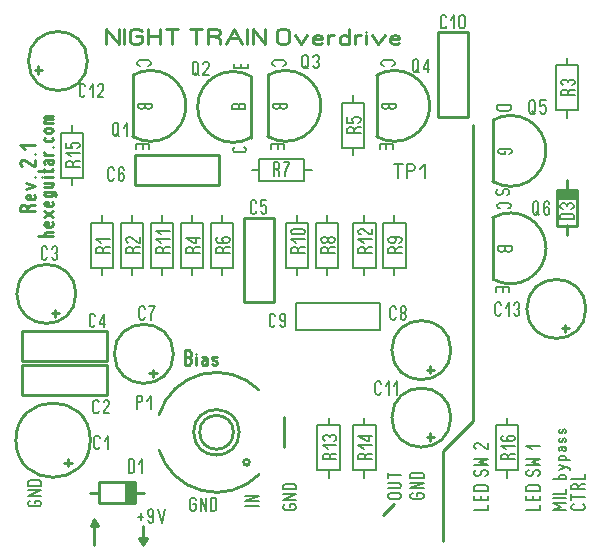
<source format=gto>
%FSLAX34Y34*%
%MOMM*%
%LNSILK_TOP*%
G71*
G01*
%ADD10C, 0.260*%
%ADD11C, 0.206*%
%ADD12C, 0.238*%
%ADD13C, 0.222*%
%ADD14C, 0.200*%
%LPD*%
G54D10*
G75*
G01X66425Y95249D02*
G03X66425Y95249I-31500J0D01*
G01*
G54D10*
X47625Y79349D02*
X47625Y73050D01*
G54D10*
X44425Y76150D02*
X50825Y76150D01*
G54D10*
X8650Y158750D02*
X8650Y133350D01*
X80250Y133350D01*
X80250Y158750D01*
X8650Y158750D01*
G54D10*
G75*
G01X54250Y219074D02*
G03X54250Y219074I-25000J0D01*
G01*
G54D10*
X36950Y205674D02*
X36950Y199374D01*
G54D10*
X33750Y202474D02*
X40150Y202474D01*
G54D11*
X74509Y89657D02*
X73931Y88212D01*
X72776Y87490D01*
X71620Y87490D01*
X70465Y88212D01*
X69887Y89657D01*
X69887Y96879D01*
X70465Y98323D01*
X71620Y99046D01*
X72776Y99046D01*
X73931Y98323D01*
X74509Y96879D01*
G54D11*
X78553Y94712D02*
X81442Y99046D01*
X81442Y87490D01*
G54D11*
X29922Y250102D02*
X29344Y248657D01*
X28189Y247935D01*
X27033Y247935D01*
X25878Y248657D01*
X25300Y250102D01*
X25300Y257324D01*
X25878Y258768D01*
X27033Y259491D01*
X28189Y259491D01*
X29344Y258768D01*
X29922Y257324D01*
G54D11*
X33966Y257324D02*
X34544Y258768D01*
X35699Y259491D01*
X36855Y259491D01*
X38010Y258768D01*
X38588Y257324D01*
X38588Y255879D01*
X38010Y254435D01*
X36855Y253713D01*
X38010Y252991D01*
X38588Y251546D01*
X38588Y250102D01*
X38010Y248657D01*
X36855Y247935D01*
X35699Y247935D01*
X34544Y248657D01*
X33966Y250102D01*
G54D11*
X73684Y119966D02*
X73106Y118522D01*
X71950Y117800D01*
X70795Y117800D01*
X69639Y118522D01*
X69061Y119966D01*
X69061Y127188D01*
X69639Y128633D01*
X70795Y129355D01*
X71950Y129355D01*
X73106Y128633D01*
X73684Y127188D01*
G54D11*
X82350Y117800D02*
X77727Y117800D01*
X77727Y118522D01*
X78305Y119966D01*
X81772Y124300D01*
X82350Y125744D01*
X82350Y127188D01*
X81772Y128633D01*
X80616Y129355D01*
X79461Y129355D01*
X78305Y128633D01*
X77727Y127188D01*
G54D12*
X79672Y430400D02*
X79672Y443733D01*
X90338Y430400D01*
X90338Y443733D01*
G54D12*
X95006Y430400D02*
X95006Y443733D01*
G54D12*
X105006Y437067D02*
X110339Y437067D01*
X110339Y432900D01*
X109006Y431233D01*
X106339Y430400D01*
X103672Y430400D01*
X101006Y431233D01*
X99672Y432900D01*
X99672Y441233D01*
X101006Y442900D01*
X103672Y443733D01*
X106339Y443733D01*
X109006Y442900D01*
X110339Y441233D01*
G54D12*
X115006Y430400D02*
X115006Y443733D01*
G54D12*
X125673Y430400D02*
X125673Y443733D01*
G54D12*
X115006Y437067D02*
X125673Y437067D01*
G54D12*
X135674Y430400D02*
X135674Y443733D01*
G54D12*
X130340Y443733D02*
X141007Y443733D01*
G54D12*
X155942Y430400D02*
X155942Y443733D01*
G54D12*
X150608Y443733D02*
X161275Y443733D01*
G54D12*
X171276Y437067D02*
X175276Y435400D01*
X176609Y433733D01*
X176609Y430400D01*
G54D12*
X165942Y430400D02*
X165942Y443733D01*
X172609Y443733D01*
X175276Y442900D01*
X176609Y441233D01*
X176609Y439567D01*
X175276Y437900D01*
X172609Y437067D01*
X165942Y437067D01*
G54D12*
X181276Y430400D02*
X187943Y443733D01*
X194610Y430400D01*
G54D12*
X183943Y435400D02*
X191943Y435400D01*
G54D12*
X199276Y430400D02*
X199276Y443733D01*
G54D12*
X203944Y430400D02*
X203944Y443733D01*
X214610Y430400D01*
X214610Y443733D01*
G54D12*
X234878Y441233D02*
X234878Y432900D01*
X233545Y431233D01*
X230878Y430400D01*
X228212Y430400D01*
X225545Y431233D01*
X224212Y432900D01*
X224212Y441233D01*
X225545Y442900D01*
X228212Y443733D01*
X230878Y443733D01*
X233545Y442900D01*
X234878Y441233D01*
G54D12*
X239546Y437900D02*
X244879Y430400D01*
X250212Y437900D01*
G54D12*
X262880Y431233D02*
X260746Y430400D01*
X258080Y430400D01*
X255413Y431233D01*
X254880Y432900D01*
X254880Y435733D01*
X256213Y437400D01*
X258880Y437900D01*
X261546Y437400D01*
X262880Y436233D01*
X262880Y434567D01*
X254880Y434567D01*
G54D12*
X267546Y430400D02*
X267546Y437900D01*
G54D12*
X267546Y436233D02*
X270213Y437900D01*
X272880Y437900D01*
G54D12*
X285546Y430400D02*
X285546Y443733D01*
G54D12*
X285546Y435733D02*
X284213Y437400D01*
X281546Y437900D01*
X278880Y437400D01*
X277546Y435733D01*
X277546Y432400D01*
X278880Y430733D01*
X281546Y430400D01*
X284213Y430733D01*
X285546Y432400D01*
G54D12*
X290214Y430400D02*
X290214Y437900D01*
G54D12*
X290214Y436233D02*
X292880Y437900D01*
X295547Y437900D01*
G54D12*
X300214Y430400D02*
X300214Y437900D01*
G54D12*
X300214Y440400D02*
X300214Y440400D01*
G54D12*
X304880Y437900D02*
X310214Y430400D01*
X315547Y437900D01*
G54D12*
X328214Y431233D02*
X326081Y430400D01*
X323414Y430400D01*
X320748Y431233D01*
X320214Y432900D01*
X320214Y435733D01*
X321548Y437400D01*
X324214Y437900D01*
X326881Y437400D01*
X328214Y436233D01*
X328214Y434567D01*
X320214Y434567D01*
G54D12*
X13183Y291742D02*
X14850Y293742D01*
X16517Y294408D01*
X19850Y294408D01*
G54D12*
X19850Y289075D02*
X6517Y289075D01*
X6517Y292408D01*
X7350Y293742D01*
X9017Y294408D01*
X10683Y294408D01*
X12350Y293742D01*
X13183Y292408D01*
X13183Y289075D01*
G54D12*
X19017Y303075D02*
X19850Y302008D01*
X19850Y300675D01*
X19017Y299342D01*
X17350Y299075D01*
X14517Y299075D01*
X12850Y299742D01*
X12350Y301075D01*
X12850Y302408D01*
X14017Y303075D01*
X15683Y303075D01*
X15683Y299075D01*
G54D12*
X12350Y307742D02*
X19850Y310409D01*
X12350Y313075D01*
G54D12*
X19850Y317742D02*
X19850Y317742D01*
G54D12*
X19850Y332542D02*
X19850Y327209D01*
X19017Y327209D01*
X17350Y327876D01*
X12350Y331876D01*
X10683Y332542D01*
X9017Y332542D01*
X7350Y331876D01*
X6517Y330542D01*
X6517Y329209D01*
X7350Y327876D01*
X9017Y327209D01*
G54D12*
X19850Y337209D02*
X19850Y337209D01*
G54D12*
X11517Y341876D02*
X6517Y345209D01*
X19850Y345209D01*
G54D13*
X34511Y267922D02*
X22066Y267922D01*
G54D13*
X29533Y267922D02*
X27977Y268544D01*
X27510Y269788D01*
X27977Y271033D01*
X29533Y271655D01*
X34511Y271655D01*
G54D13*
X33733Y279744D02*
X34510Y278748D01*
X34511Y277504D01*
X33733Y276260D01*
X32177Y276011D01*
X29533Y276011D01*
X27977Y276633D01*
X27510Y277877D01*
X27977Y279122D01*
X29066Y279744D01*
X30622Y279744D01*
X30622Y276011D01*
G54D13*
X27511Y284100D02*
X34511Y289077D01*
G54D13*
X34511Y284100D02*
X27511Y289077D01*
G54D13*
X33733Y297167D02*
X34511Y296171D01*
X34510Y294927D01*
X33733Y293682D01*
X32177Y293434D01*
X29533Y293434D01*
X27977Y294056D01*
X27511Y295300D01*
X27977Y296545D01*
X29066Y297167D01*
X30622Y297167D01*
X30622Y293434D01*
G54D13*
X36844Y301523D02*
X37622Y302767D01*
X37622Y303638D01*
X36844Y304883D01*
X35288Y305256D01*
X27510Y305256D01*
G54D13*
X29533Y305256D02*
X27977Y304634D01*
X27511Y303389D01*
X27977Y302145D01*
X29533Y301523D01*
X32644Y301523D01*
X34199Y302145D01*
X34510Y303389D01*
X34199Y304634D01*
X32644Y305256D01*
G54D13*
X27511Y313345D02*
X34511Y313345D01*
G54D13*
X32955Y313345D02*
X34199Y312723D01*
X34511Y311478D01*
X34199Y310234D01*
X32955Y309612D01*
X27510Y309612D01*
G54D13*
X34510Y317701D02*
X27511Y317701D01*
G54D13*
X25177Y317701D02*
X25177Y317701D01*
G54D13*
X22066Y323301D02*
X33733Y323301D01*
X34510Y323923D01*
X34199Y324546D01*
G54D13*
X27511Y322057D02*
X27510Y324546D01*
G54D13*
X28288Y328902D02*
X27511Y330146D01*
X27510Y331639D01*
X29066Y332635D01*
X34510Y332635D01*
G54D13*
X32177Y332635D02*
X30622Y332013D01*
X30311Y330768D01*
X30622Y329524D01*
X32177Y328902D01*
X33733Y329150D01*
X34511Y330146D01*
X34511Y330768D01*
X34510Y331017D01*
X33733Y332013D01*
X32177Y332635D01*
G54D13*
X34510Y336991D02*
X27510Y336991D01*
G54D13*
X29066Y336991D02*
X27510Y338235D01*
X27511Y339479D01*
G54D13*
X34511Y343836D02*
X34511Y343836D01*
G54D13*
X27977Y351303D02*
X27511Y350058D01*
X27977Y348814D01*
X29533Y348192D01*
X32644Y348192D01*
X34199Y348814D01*
X34511Y350058D01*
X34199Y351303D01*
G54D13*
X32644Y359392D02*
X29533Y359392D01*
X27977Y358770D01*
X27510Y357525D01*
X27977Y356281D01*
X29533Y355659D01*
X32644Y355659D01*
X34199Y356281D01*
X34510Y357525D01*
X34199Y358770D01*
X32644Y359392D01*
G54D13*
X34511Y363748D02*
X27511Y363748D01*
G54D13*
X28755Y363748D02*
X27510Y364992D01*
X27977Y366236D01*
X29066Y366859D01*
X34511Y366859D01*
G54D13*
X28755Y366859D02*
X27511Y368103D01*
X27977Y369348D01*
X29066Y369970D01*
X34510Y369970D01*
G54D10*
X202300Y351407D02*
X202300Y403368D01*
G54D10*
G75*
G01X202300Y403368D02*
G03X202300Y351407I-15000J-25980D01*
G01*
G54D11*
X155346Y406394D02*
X158235Y404227D01*
G54D11*
X157657Y413616D02*
X157657Y406394D01*
X157079Y404949D01*
X155924Y404227D01*
X154768Y404227D01*
X153612Y404949D01*
X153035Y406394D01*
X153035Y413616D01*
X153612Y415060D01*
X154768Y415783D01*
X155924Y415783D01*
X157079Y415060D01*
X157657Y413616D01*
G54D11*
X166901Y404227D02*
X162279Y404227D01*
X162279Y404949D01*
X162856Y406394D01*
X166323Y410727D01*
X166901Y412171D01*
X166901Y413616D01*
X166323Y415060D01*
X165168Y415783D01*
X164012Y415783D01*
X162856Y415060D01*
X162279Y413616D01*
G54D11*
X199874Y414127D02*
X199874Y410083D01*
X188318Y410083D01*
X188318Y414127D01*
G54D11*
X194096Y410083D02*
X194096Y414127D01*
G54D11*
X197810Y375506D02*
X186254Y375506D01*
X186254Y378395D01*
X186976Y379551D01*
X188421Y380128D01*
X189865Y380128D01*
X191310Y379551D01*
X192032Y378395D01*
X192754Y379551D01*
X194198Y380128D01*
X195643Y380128D01*
X197087Y379551D01*
X197810Y378395D01*
X197810Y375506D01*
G54D11*
X192032Y375506D02*
X192032Y378395D01*
G54D11*
X196374Y343570D02*
X197819Y342993D01*
X198541Y341837D01*
X198541Y340681D01*
X197819Y339526D01*
X196374Y338948D01*
X189152Y338948D01*
X187707Y339526D01*
X186985Y340682D01*
X186985Y341837D01*
X187707Y342993D01*
X189152Y343570D01*
G54D10*
X104100Y42100D02*
X104100Y59500D01*
X73700Y59500D01*
X73700Y42100D01*
X104100Y42100D01*
G36*
X104000Y42200D02*
X104000Y58900D01*
X96800Y58900D01*
X96800Y42200D01*
X104000Y42200D01*
G37*
G54D10*
X104000Y42200D02*
X104000Y58900D01*
X96800Y58900D01*
X96800Y42200D01*
X104000Y42200D01*
G54D10*
X111925Y50800D02*
X104000Y50800D01*
G54D10*
X73800Y50800D02*
X65875Y50800D01*
G54D11*
X99045Y67544D02*
X99045Y79100D01*
X101934Y79100D01*
X103089Y78378D01*
X103667Y76933D01*
X103667Y69711D01*
X103089Y68267D01*
X101934Y67544D01*
X99045Y67544D01*
G54D11*
X107711Y74767D02*
X110600Y79100D01*
X110600Y67544D01*
G54D14*
X209600Y314350D02*
X209600Y333350D01*
X247600Y333350D01*
X247600Y314350D01*
X209600Y314350D01*
G54D14*
X209500Y323850D02*
X203188Y323850D01*
G54D14*
X247600Y323850D02*
X253912Y323850D01*
G54D11*
X224086Y324603D02*
X225819Y323159D01*
X226397Y321714D01*
X226397Y318825D01*
G54D11*
X221774Y318825D02*
X221774Y330381D01*
X224663Y330381D01*
X225819Y329659D01*
X226397Y328214D01*
X226397Y326770D01*
X225819Y325325D01*
X224663Y324603D01*
X221774Y324603D01*
G54D11*
X230440Y330381D02*
X235063Y330381D01*
X234485Y328936D01*
X233329Y326770D01*
X232174Y323881D01*
X231596Y321714D01*
X231596Y318825D01*
G54D10*
X8650Y187325D02*
X8650Y161925D01*
X80250Y161925D01*
X80250Y187325D01*
X8650Y187325D01*
G54D11*
X70509Y192991D02*
X69931Y191547D01*
X68775Y190824D01*
X67620Y190824D01*
X66464Y191547D01*
X65886Y192991D01*
X65886Y200213D01*
X66464Y201658D01*
X67620Y202380D01*
X68775Y202380D01*
X69931Y201658D01*
X70509Y200213D01*
G54D11*
X78019Y190824D02*
X78019Y202380D01*
X74552Y195158D01*
X74552Y193713D01*
X79175Y193713D01*
G54D10*
X216800Y404243D02*
X216800Y352282D01*
G54D10*
G75*
G01X216800Y352282D02*
G03X216800Y404243I15000J25980D01*
G01*
G54D11*
X248294Y412206D02*
X251183Y410039D01*
G54D11*
X250605Y419428D02*
X250605Y412206D01*
X250027Y410761D01*
X248872Y410039D01*
X247716Y410039D01*
X246560Y410761D01*
X245983Y412206D01*
X245983Y419428D01*
X246560Y420872D01*
X247716Y421595D01*
X248872Y421595D01*
X250027Y420872D01*
X250605Y419428D01*
G54D11*
X255227Y419428D02*
X255804Y420872D01*
X256960Y421595D01*
X258116Y421595D01*
X259271Y420872D01*
X259849Y419428D01*
X259849Y417984D01*
X259271Y416539D01*
X258116Y415817D01*
X259271Y415095D01*
X259849Y413650D01*
X259849Y412206D01*
X259271Y410761D01*
X258116Y410039D01*
X256960Y410039D01*
X255804Y410761D01*
X255227Y412206D01*
G54D11*
X219226Y341523D02*
X219226Y345568D01*
X230782Y345568D01*
X230782Y341523D01*
G54D11*
X225004Y345568D02*
X225004Y341523D01*
G54D11*
X221290Y380144D02*
X232846Y380144D01*
X232846Y377255D01*
X232124Y376099D01*
X230679Y375522D01*
X229235Y375522D01*
X227790Y376099D01*
X227068Y377255D01*
X226346Y376099D01*
X224902Y375522D01*
X223457Y375522D01*
X222013Y376099D01*
X221290Y377255D01*
X221290Y380144D01*
G54D11*
X227068Y380144D02*
X227068Y377255D01*
G54D11*
X222726Y412080D02*
X221281Y412657D01*
X220559Y413813D01*
X220559Y414969D01*
X221281Y416124D01*
X222726Y416702D01*
X229948Y416702D01*
X231393Y416124D01*
X232115Y414969D01*
X232115Y413813D01*
X231393Y412657D01*
X229948Y412080D01*
G54D14*
X66700Y279350D02*
X85700Y279350D01*
X85700Y241350D01*
X66700Y241350D01*
X66700Y279350D01*
G54D14*
X76200Y279450D02*
X76200Y285762D01*
G54D14*
X76200Y241350D02*
X76200Y235038D01*
G54D11*
X76953Y256198D02*
X78397Y257931D01*
X79842Y258509D01*
X82731Y258509D01*
G54D11*
X82731Y253887D02*
X71175Y253887D01*
X71175Y256776D01*
X71897Y257931D01*
X73342Y258509D01*
X74786Y258509D01*
X76231Y257931D01*
X76953Y256776D01*
X76953Y253887D01*
G54D11*
X75508Y262553D02*
X71175Y265442D01*
X82731Y265442D01*
G54D14*
X92100Y279350D02*
X111100Y279350D01*
X111100Y241350D01*
X92100Y241350D01*
X92100Y279350D01*
G54D14*
X101600Y279450D02*
X101600Y285762D01*
G54D14*
X101600Y241350D02*
X101600Y235038D01*
G54D11*
X102353Y256198D02*
X103797Y257931D01*
X105242Y258509D01*
X108131Y258509D01*
G54D11*
X108131Y253887D02*
X96575Y253887D01*
X96575Y256776D01*
X97297Y257931D01*
X98742Y258509D01*
X100186Y258509D01*
X101631Y257931D01*
X102353Y256776D01*
X102353Y253887D01*
G54D11*
X108131Y267175D02*
X108131Y262553D01*
X107408Y262553D01*
X105964Y263131D01*
X101631Y266597D01*
X100186Y267175D01*
X98742Y267175D01*
X97297Y266597D01*
X96575Y265442D01*
X96575Y264286D01*
X97297Y263131D01*
X98742Y262553D01*
G54D14*
X142900Y279350D02*
X161900Y279350D01*
X161900Y241350D01*
X142900Y241350D01*
X142900Y279350D01*
G54D14*
X152400Y279450D02*
X152400Y285762D01*
G54D14*
X152400Y241350D02*
X152400Y235038D01*
G54D11*
X153153Y256198D02*
X154597Y257931D01*
X156042Y258509D01*
X158931Y258509D01*
G54D11*
X158931Y253887D02*
X147375Y253887D01*
X147375Y256776D01*
X148097Y257931D01*
X149542Y258509D01*
X150986Y258509D01*
X152431Y257931D01*
X153153Y256776D01*
X153153Y253887D01*
G54D11*
X158931Y266020D02*
X147375Y266020D01*
X154597Y262553D01*
X156042Y262553D01*
X156042Y267175D01*
G54D14*
X168300Y279350D02*
X187300Y279350D01*
X187300Y241350D01*
X168300Y241350D01*
X168300Y279350D01*
G54D14*
X177800Y279450D02*
X177800Y285762D01*
G54D14*
X177800Y241350D02*
X177800Y235038D01*
G54D11*
X178553Y256198D02*
X179997Y257931D01*
X181442Y258509D01*
X184331Y258509D01*
G54D11*
X184331Y253887D02*
X172775Y253887D01*
X172775Y256776D01*
X173497Y257931D01*
X174942Y258509D01*
X176386Y258509D01*
X177831Y257931D01*
X178553Y256776D01*
X178553Y253887D01*
G54D11*
X174942Y267175D02*
X173497Y266597D01*
X172775Y265442D01*
X172775Y264286D01*
X173497Y263131D01*
X174942Y262553D01*
X178553Y262553D01*
X179275Y262553D01*
X177831Y264286D01*
X177831Y265442D01*
X178553Y266597D01*
X179997Y267175D01*
X182164Y267175D01*
X183609Y266597D01*
X184331Y265442D01*
X184331Y264286D01*
X183609Y263131D01*
X182164Y262553D01*
X178553Y262553D01*
G54D14*
X231800Y279350D02*
X250800Y279350D01*
X250800Y241350D01*
X231800Y241350D01*
X231800Y279350D01*
G54D14*
X241300Y279450D02*
X241300Y285762D01*
G54D14*
X241300Y241350D02*
X241300Y235038D01*
G54D11*
X242053Y256198D02*
X243497Y257931D01*
X244942Y258509D01*
X247831Y258509D01*
G54D11*
X247831Y253887D02*
X236275Y253887D01*
X236275Y256776D01*
X236997Y257931D01*
X238442Y258509D01*
X239886Y258509D01*
X241331Y257931D01*
X242053Y256776D01*
X242053Y253887D01*
G54D11*
X240609Y262553D02*
X236275Y265442D01*
X247831Y265442D01*
G54D11*
X238442Y274108D02*
X245664Y274108D01*
X247109Y273530D01*
X247831Y272375D01*
X247831Y271219D01*
X247109Y270064D01*
X245664Y269486D01*
X238442Y269486D01*
X236997Y270064D01*
X236275Y271219D01*
X236275Y272375D01*
X236997Y273530D01*
X238442Y274108D01*
G54D10*
X102500Y404243D02*
X102500Y352282D01*
G54D10*
G75*
G01X102500Y352282D02*
G03X102500Y404243I15000J25980D01*
G01*
G54D11*
X87968Y354734D02*
X90857Y352567D01*
G54D11*
X90280Y361956D02*
X90280Y354734D01*
X89702Y353289D01*
X88546Y352567D01*
X87391Y352567D01*
X86235Y353289D01*
X85657Y354734D01*
X85657Y361956D01*
X86235Y363400D01*
X87391Y364122D01*
X88546Y364122D01*
X89702Y363400D01*
X90280Y361956D01*
G54D11*
X94901Y359789D02*
X97790Y364122D01*
X97790Y352567D01*
G54D11*
X104926Y341523D02*
X104926Y345568D01*
X116482Y345568D01*
X116482Y341523D01*
G54D11*
X110704Y345567D02*
X110704Y341523D01*
G54D11*
X106990Y380144D02*
X118546Y380144D01*
X118546Y377255D01*
X117824Y376099D01*
X116379Y375522D01*
X114935Y375522D01*
X113490Y376099D01*
X112768Y377255D01*
X112046Y376099D01*
X110602Y375522D01*
X109157Y375522D01*
X107713Y376099D01*
X106990Y377255D01*
X106990Y380144D01*
G54D11*
X112768Y380144D02*
X112768Y377255D01*
G54D11*
X108426Y412080D02*
X106981Y412657D01*
X106259Y413813D01*
X106259Y414969D01*
X106981Y416124D01*
X108426Y416702D01*
X115648Y416702D01*
X117093Y416124D01*
X117815Y414968D01*
X117815Y413813D01*
X117093Y412657D01*
X115648Y412080D01*
G54D10*
X103900Y336550D02*
X103900Y311150D01*
X175500Y311150D01*
X175500Y336550D01*
X103900Y336550D01*
G54D11*
X86384Y316816D02*
X85806Y315372D01*
X84650Y314650D01*
X83495Y314650D01*
X82339Y315372D01*
X81761Y316816D01*
X81761Y324038D01*
X82339Y325483D01*
X83495Y326205D01*
X84650Y326205D01*
X85806Y325483D01*
X86384Y324038D01*
G54D11*
X95050Y324038D02*
X94472Y325483D01*
X93316Y326205D01*
X92161Y326205D01*
X91005Y325483D01*
X90427Y324038D01*
X90427Y320427D01*
X90427Y319705D01*
X92161Y321150D01*
X93316Y321150D01*
X94472Y320427D01*
X95050Y318983D01*
X95050Y316816D01*
X94472Y315372D01*
X93316Y314650D01*
X92161Y314650D01*
X91005Y315372D01*
X90427Y316816D01*
X90427Y320427D01*
G54D14*
X117500Y279350D02*
X136500Y279350D01*
X136500Y241350D01*
X117500Y241350D01*
X117500Y279350D01*
G54D14*
X127000Y279450D02*
X127000Y285762D01*
G54D14*
X127000Y241350D02*
X127000Y235038D01*
G54D11*
X127753Y256198D02*
X129197Y257931D01*
X130642Y258509D01*
X133531Y258509D01*
G54D11*
X133531Y253887D02*
X121975Y253887D01*
X121975Y256776D01*
X122697Y257931D01*
X124142Y258509D01*
X125586Y258509D01*
X127031Y257931D01*
X127753Y256776D01*
X127753Y253887D01*
G54D11*
X126308Y262553D02*
X121975Y265442D01*
X133531Y265442D01*
G54D11*
X126308Y269486D02*
X121975Y272375D01*
X133531Y272375D01*
G54D14*
X41300Y355550D02*
X60300Y355550D01*
X60300Y317550D01*
X41300Y317550D01*
X41300Y355550D01*
G54D14*
X50800Y355650D02*
X50800Y361962D01*
G54D14*
X50800Y317550D02*
X50800Y311238D01*
G54D11*
X51553Y329223D02*
X52997Y330956D01*
X54442Y331534D01*
X57331Y331534D01*
G54D11*
X57331Y326912D02*
X45775Y326912D01*
X45775Y329801D01*
X46497Y330956D01*
X47942Y331534D01*
X49386Y331534D01*
X50831Y330956D01*
X51553Y329801D01*
X51553Y326912D01*
G54D11*
X50108Y335578D02*
X45775Y338467D01*
X57331Y338467D01*
G54D11*
X45775Y347133D02*
X45775Y342511D01*
X50831Y342511D01*
X50831Y343089D01*
X50108Y344244D01*
X50108Y345400D01*
X50831Y346555D01*
X52275Y347133D01*
X55164Y347133D01*
X56608Y346555D01*
X57331Y345400D01*
X57331Y344244D01*
X56608Y343089D01*
X55164Y342511D01*
G54D10*
G75*
G01X64050Y416200D02*
G03X64050Y416200I-25000J0D01*
G01*
G54D10*
X25650Y408500D02*
X19350Y408500D01*
G54D10*
X22450Y411700D02*
X22450Y405300D01*
G54D11*
X61984Y387700D02*
X61406Y386255D01*
X60250Y385533D01*
X59095Y385533D01*
X57939Y386255D01*
X57361Y387700D01*
X57361Y394922D01*
X57939Y396366D01*
X59095Y397088D01*
X60250Y397088D01*
X61406Y396366D01*
X61984Y394922D01*
G54D11*
X66027Y392755D02*
X68916Y397088D01*
X68916Y385533D01*
G54D11*
X77582Y385533D02*
X72960Y385533D01*
X72960Y386255D01*
X73538Y387700D01*
X77005Y392033D01*
X77582Y393477D01*
X77582Y394922D01*
X77005Y396366D01*
X75849Y397088D01*
X74694Y397088D01*
X73538Y396366D01*
X72960Y394922D01*
G54D10*
G75*
G01X124639Y86994D02*
G03X209140Y65926I48580J14852D01*
G01*
G54D10*
G75*
G01X192519Y101846D02*
G03X192519Y101846I-19300J0D01*
G01*
G54D10*
G75*
G01X187619Y101846D02*
G03X187619Y101846I-14300J0D01*
G01*
G54D10*
G75*
G01X201219Y76446D02*
G03X201219Y76446I-2500J0D01*
G01*
G54D10*
G75*
G01X209140Y137768D02*
G03X124639Y116699I-35921J-35922D01*
G01*
G54D10*
X230319Y89146D02*
X230319Y114546D01*
G54D11*
X105872Y121463D02*
X105872Y133019D01*
X108761Y133019D01*
X109916Y132296D01*
X110494Y130852D01*
X110494Y129408D01*
X109916Y127963D01*
X108761Y127241D01*
X105872Y127241D01*
G54D11*
X114538Y128685D02*
X117427Y133019D01*
X117427Y121463D01*
G54D14*
X257200Y279350D02*
X276200Y279350D01*
X276200Y241350D01*
X257200Y241350D01*
X257200Y279350D01*
G54D14*
X266700Y279450D02*
X266700Y285762D01*
G54D14*
X266700Y241350D02*
X266700Y235037D01*
G54D11*
X267453Y256198D02*
X268897Y257931D01*
X270342Y258509D01*
X273231Y258509D01*
G54D11*
X273231Y253887D02*
X261675Y253887D01*
X261675Y256776D01*
X262397Y257931D01*
X263842Y258509D01*
X265286Y258509D01*
X266731Y257931D01*
X267453Y256776D01*
X267453Y253887D01*
G54D11*
X267453Y265442D02*
X267453Y264286D01*
X266731Y263131D01*
X265286Y262553D01*
X263842Y262553D01*
X262397Y263131D01*
X261675Y264286D01*
X261675Y265442D01*
X262397Y266597D01*
X263842Y267175D01*
X265286Y267175D01*
X266731Y266597D01*
X267453Y265442D01*
X268175Y266597D01*
X269620Y267175D01*
X271064Y267175D01*
X272509Y266597D01*
X273231Y265442D01*
X273231Y264286D01*
X272509Y263131D01*
X271064Y262553D01*
X269620Y262553D01*
X268175Y263131D01*
X267453Y264286D01*
G54D10*
G75*
G01X136800Y168274D02*
G03X136800Y168274I-25000J0D01*
G01*
G54D10*
X119500Y154874D02*
X119500Y148574D01*
G54D10*
X116300Y151674D02*
X122700Y151674D01*
G54D11*
X112472Y199302D02*
X111894Y197857D01*
X110739Y197135D01*
X109583Y197135D01*
X108428Y197857D01*
X107850Y199302D01*
X107850Y206524D01*
X108428Y207968D01*
X109583Y208691D01*
X110739Y208691D01*
X111894Y207968D01*
X112472Y206524D01*
G54D11*
X116516Y208691D02*
X121138Y208691D01*
X120560Y207246D01*
X119405Y205079D01*
X118249Y202191D01*
X117672Y200024D01*
X117672Y197135D01*
G54D10*
X222250Y283450D02*
X196850Y283450D01*
X196850Y211850D01*
X222250Y211850D01*
X222250Y283450D01*
G54D11*
X206958Y289117D02*
X206381Y287672D01*
X205225Y286950D01*
X204070Y286950D01*
X202914Y287672D01*
X202336Y289117D01*
X202336Y296339D01*
X202914Y297783D01*
X204070Y298506D01*
X205225Y298506D01*
X206381Y297783D01*
X206958Y296339D01*
G54D11*
X215624Y298506D02*
X211002Y298506D01*
X211002Y293450D01*
X211580Y293450D01*
X212736Y294172D01*
X213891Y294172D01*
X215047Y293450D01*
X215624Y292006D01*
X215624Y289117D01*
X215047Y287672D01*
X213891Y286950D01*
X212736Y286950D01*
X211580Y287672D01*
X211002Y289117D01*
G54D10*
X308875Y404243D02*
X308875Y352282D01*
G54D10*
G75*
G01X308875Y352282D02*
G03X308875Y404243I15000J25980D01*
G01*
G54D11*
X341968Y408709D02*
X344857Y406542D01*
G54D11*
X344280Y415931D02*
X344280Y408709D01*
X343702Y407264D01*
X342546Y406542D01*
X341391Y406542D01*
X340235Y407264D01*
X339657Y408709D01*
X339657Y415931D01*
X340235Y417375D01*
X341391Y418098D01*
X342546Y418098D01*
X343702Y417375D01*
X344280Y415931D01*
G54D11*
X352368Y406542D02*
X352368Y418098D01*
X348901Y410875D01*
X348901Y409431D01*
X353524Y409431D01*
G54D11*
X311301Y341523D02*
X311301Y345568D01*
X322857Y345568D01*
X322857Y341523D01*
G54D11*
X317079Y345567D02*
X317079Y341523D01*
G54D11*
X313366Y380144D02*
X324921Y380144D01*
X324921Y377255D01*
X324199Y376099D01*
X322754Y375522D01*
X321310Y375522D01*
X319866Y376099D01*
X319143Y377255D01*
X318421Y376099D01*
X316977Y375522D01*
X315532Y375522D01*
X314088Y376099D01*
X313366Y377255D01*
X313366Y380144D01*
G54D11*
X319143Y380144D02*
X319143Y377255D01*
G54D11*
X314801Y412080D02*
X313356Y412657D01*
X312634Y413813D01*
X312634Y414969D01*
X313356Y416124D01*
X314801Y416702D01*
X322023Y416702D01*
X323468Y416124D01*
X324190Y414968D01*
X324190Y413813D01*
X323468Y412657D01*
X322023Y412080D01*
G54D14*
X279356Y380870D02*
X298356Y380870D01*
X298356Y342870D01*
X279356Y342870D01*
X279356Y380870D01*
G54D14*
X288856Y380970D02*
X288856Y387283D01*
G54D14*
X288856Y342870D02*
X288856Y336558D01*
G54D11*
X289748Y357792D02*
X291192Y359526D01*
X292637Y360103D01*
X295526Y360103D01*
G54D11*
X295526Y355481D02*
X283970Y355481D01*
X283970Y358370D01*
X284692Y359526D01*
X286137Y360103D01*
X287581Y360103D01*
X289026Y359526D01*
X289748Y358370D01*
X289748Y355481D01*
G54D11*
X283970Y368769D02*
X283970Y364147D01*
X289026Y364147D01*
X289026Y364725D01*
X288304Y365880D01*
X288304Y367036D01*
X289026Y368192D01*
X290470Y368769D01*
X293359Y368769D01*
X294804Y368192D01*
X295526Y367036D01*
X295526Y365880D01*
X294804Y364725D01*
X293359Y364147D01*
G54D10*
G75*
G01X371750Y171450D02*
G03X371750Y171450I-25000J0D01*
G01*
G54D10*
X354450Y158049D02*
X354450Y151749D01*
G54D10*
X351250Y154849D02*
X357650Y154849D01*
G54D11*
X325197Y199302D02*
X324619Y197857D01*
X323463Y197135D01*
X322308Y197135D01*
X321152Y197857D01*
X320575Y199302D01*
X320575Y206524D01*
X321152Y207968D01*
X322308Y208691D01*
X323463Y208691D01*
X324619Y207968D01*
X325197Y206524D01*
G54D11*
X332129Y202913D02*
X330974Y202913D01*
X329818Y203635D01*
X329241Y205080D01*
X329241Y206524D01*
X329818Y207968D01*
X330974Y208691D01*
X332129Y208691D01*
X333285Y207968D01*
X333863Y206524D01*
X333863Y205080D01*
X333285Y203635D01*
X332129Y202913D01*
X333285Y202191D01*
X333863Y200746D01*
X333863Y199302D01*
X333285Y197857D01*
X332129Y197135D01*
X330974Y197135D01*
X329818Y197857D01*
X329241Y199302D01*
X329241Y200746D01*
X329818Y202191D01*
X330974Y202913D01*
G54D14*
X240425Y211138D02*
X240425Y188912D01*
X312025Y188912D01*
X312025Y211138D01*
X240425Y211138D01*
G54D11*
X222909Y192991D02*
X222331Y191547D01*
X221175Y190824D01*
X220020Y190824D01*
X218864Y191547D01*
X218286Y192991D01*
X218286Y200213D01*
X218864Y201658D01*
X220020Y202380D01*
X221175Y202380D01*
X222331Y201658D01*
X222909Y200213D01*
G54D11*
X226952Y192991D02*
X227530Y191547D01*
X228686Y190824D01*
X229841Y190824D01*
X230997Y191547D01*
X231575Y192991D01*
X231575Y196602D01*
X231575Y197324D01*
X229841Y195880D01*
X228686Y195880D01*
X227530Y196602D01*
X226952Y198047D01*
X226952Y200213D01*
X227530Y201658D01*
X228686Y202380D01*
X229841Y202380D01*
X230997Y201658D01*
X231575Y200213D01*
X231575Y196602D01*
G54D14*
X288950Y279350D02*
X307950Y279350D01*
X307950Y241350D01*
X288950Y241350D01*
X288950Y279350D01*
G54D14*
X298450Y279450D02*
X298450Y285762D01*
G54D14*
X298450Y241350D02*
X298450Y235038D01*
G54D11*
X299203Y256198D02*
X300647Y257931D01*
X302092Y258509D01*
X304981Y258509D01*
G54D11*
X304981Y253887D02*
X293425Y253887D01*
X293425Y256776D01*
X294147Y257931D01*
X295592Y258509D01*
X297036Y258509D01*
X298481Y257931D01*
X299203Y256776D01*
X299203Y253887D01*
G54D11*
X297759Y262553D02*
X293425Y265442D01*
X304981Y265442D01*
G54D11*
X304981Y274108D02*
X304981Y269486D01*
X304259Y269486D01*
X302814Y270064D01*
X298481Y273530D01*
X297036Y274108D01*
X295592Y274108D01*
X294147Y273530D01*
X293425Y272375D01*
X293425Y271219D01*
X294147Y270064D01*
X295592Y269486D01*
G54D14*
X314350Y279350D02*
X333350Y279350D01*
X333350Y241350D01*
X314350Y241350D01*
X314350Y279350D01*
G54D14*
X323850Y279450D02*
X323850Y285762D01*
G54D14*
X323850Y241350D02*
X323850Y235038D01*
G54D11*
X324603Y256198D02*
X326047Y257931D01*
X327492Y258509D01*
X330381Y258509D01*
G54D11*
X330381Y253887D02*
X318825Y253887D01*
X318825Y256776D01*
X319547Y257931D01*
X320992Y258509D01*
X322436Y258509D01*
X323881Y257931D01*
X324603Y256776D01*
X324603Y253887D01*
G54D11*
X328214Y262553D02*
X329658Y263131D01*
X330381Y264286D01*
X330381Y265442D01*
X329658Y266597D01*
X328214Y267175D01*
X324603Y267175D01*
X323881Y267175D01*
X325325Y265442D01*
X325325Y264286D01*
X324603Y263131D01*
X323159Y262553D01*
X320992Y262553D01*
X319547Y263131D01*
X318825Y264286D01*
X318825Y265442D01*
X319547Y266597D01*
X320992Y267175D01*
X324603Y267175D01*
G54D10*
X386204Y440796D02*
X360804Y440796D01*
X360804Y369196D01*
X386204Y369196D01*
X386204Y440796D01*
G54D11*
X367768Y446039D02*
X367190Y444594D01*
X366035Y443872D01*
X364879Y443872D01*
X363724Y444594D01*
X363146Y446039D01*
X363146Y453261D01*
X363724Y454706D01*
X364879Y455428D01*
X366035Y455428D01*
X367190Y454706D01*
X367768Y453261D01*
G54D11*
X371812Y451094D02*
X374701Y455428D01*
X374701Y443872D01*
G54D11*
X383367Y453261D02*
X383367Y446039D01*
X382789Y444594D01*
X381634Y443872D01*
X380478Y443872D01*
X379322Y444594D01*
X378745Y446039D01*
X378745Y453261D01*
X379322Y454706D01*
X380478Y455428D01*
X381634Y455428D01*
X382789Y454706D01*
X383367Y453261D01*
G54D10*
G75*
G01X371750Y114300D02*
G03X371750Y114300I-25000J0D01*
G01*
G54D10*
X354450Y100899D02*
X354450Y94599D01*
G54D10*
X351250Y97699D02*
X357650Y97699D01*
G54D11*
X312497Y135802D02*
X311919Y134357D01*
X310763Y133635D01*
X309608Y133635D01*
X308452Y134357D01*
X307875Y135802D01*
X307875Y143024D01*
X308452Y144468D01*
X309608Y145191D01*
X310763Y145191D01*
X311919Y144468D01*
X312497Y143024D01*
G54D11*
X316541Y140857D02*
X319429Y145191D01*
X319429Y133635D01*
G54D11*
X323474Y140857D02*
X326362Y145191D01*
X326362Y133635D01*
G54D14*
X258788Y107900D02*
X277788Y107900D01*
X277788Y69900D01*
X258788Y69900D01*
X258788Y107900D01*
G54D14*
X268288Y108000D02*
X268288Y114312D01*
G54D14*
X268288Y69900D02*
X268288Y63588D01*
G54D11*
X269040Y81573D02*
X270485Y83306D01*
X271929Y83884D01*
X274818Y83884D01*
G54D11*
X274818Y79262D02*
X263263Y79262D01*
X263263Y82151D01*
X263985Y83306D01*
X265429Y83884D01*
X266874Y83884D01*
X268318Y83306D01*
X269040Y82151D01*
X269040Y79262D01*
G54D11*
X267596Y87928D02*
X263263Y90817D01*
X274818Y90817D01*
G54D11*
X265429Y94861D02*
X263985Y95439D01*
X263263Y96594D01*
X263263Y97750D01*
X263985Y98905D01*
X265429Y99483D01*
X266874Y99483D01*
X268318Y98905D01*
X269040Y97750D01*
X269763Y98905D01*
X271207Y99483D01*
X272652Y99483D01*
X274096Y98905D01*
X274818Y97750D01*
X274818Y96594D01*
X274096Y95439D01*
X272652Y94861D01*
G54D14*
X288950Y107900D02*
X307950Y107900D01*
X307950Y69900D01*
X288950Y69900D01*
X288950Y107900D01*
G54D14*
X298450Y108000D02*
X298450Y114312D01*
G54D14*
X298450Y69900D02*
X298450Y63588D01*
G54D11*
X299203Y81573D02*
X300647Y83306D01*
X302092Y83884D01*
X304981Y83884D01*
G54D11*
X304981Y79262D02*
X293425Y79262D01*
X293425Y82151D01*
X294147Y83306D01*
X295592Y83884D01*
X297036Y83884D01*
X298481Y83306D01*
X299203Y82151D01*
X299203Y79262D01*
G54D11*
X297758Y87928D02*
X293425Y90817D01*
X304981Y90817D01*
G54D11*
X304981Y98328D02*
X293425Y98328D01*
X300647Y94861D01*
X302092Y94861D01*
X302092Y99483D01*
G54D10*
X407300Y366143D02*
X407300Y314182D01*
G54D10*
G75*
G01X407300Y314182D02*
G03X407300Y366143I15000J25980D01*
G01*
G54D11*
X440393Y373784D02*
X443282Y371617D01*
G54D11*
X442704Y381006D02*
X442704Y373784D01*
X442127Y372339D01*
X440971Y371617D01*
X439816Y371617D01*
X438660Y372339D01*
X438082Y373784D01*
X438082Y381006D01*
X438660Y382450D01*
X439816Y383173D01*
X440971Y383173D01*
X442127Y382450D01*
X442704Y381006D01*
G54D11*
X451948Y383173D02*
X447326Y383173D01*
X447326Y378117D01*
X447904Y378117D01*
X449060Y378839D01*
X450215Y378839D01*
X451371Y378117D01*
X451948Y376673D01*
X451948Y373784D01*
X451371Y372339D01*
X450215Y371617D01*
X449060Y371617D01*
X447904Y372339D01*
X447326Y373784D01*
G54D11*
X411893Y307468D02*
X410448Y306890D01*
X409726Y305734D01*
X409726Y304579D01*
X410448Y303423D01*
X411893Y302845D01*
X413337Y302845D01*
X414782Y303423D01*
X415504Y304579D01*
X415504Y305734D01*
X416226Y306890D01*
X417671Y307468D01*
X419115Y307468D01*
X420560Y306890D01*
X421282Y305734D01*
X421282Y304579D01*
X420560Y303423D01*
X419115Y302845D01*
G54D11*
X417568Y339733D02*
X417568Y337422D01*
X413957Y337422D01*
X412513Y337999D01*
X411790Y339155D01*
X411790Y340310D01*
X412513Y341466D01*
X413957Y342044D01*
X421179Y342044D01*
X422624Y341466D01*
X423346Y340310D01*
X423346Y339155D01*
X422624Y337999D01*
X421179Y337422D01*
G54D11*
X411059Y378602D02*
X422615Y378602D01*
X422615Y375713D01*
X421893Y374557D01*
X420448Y373980D01*
X413226Y373980D01*
X411782Y374557D01*
X411059Y375713D01*
X411059Y378602D01*
G54D10*
X478600Y307300D02*
X461200Y307300D01*
X461200Y276900D01*
X478600Y276900D01*
X478600Y307300D01*
G36*
X478500Y307200D02*
X461800Y307200D01*
X461800Y300000D01*
X478500Y300000D01*
X478500Y307200D01*
G37*
G54D10*
X478500Y307200D02*
X461800Y307200D01*
X461800Y300000D01*
X478500Y300000D01*
X478500Y307200D01*
G54D10*
X469900Y315125D02*
X469900Y307200D01*
G54D10*
X469900Y277000D02*
X469900Y269075D01*
G54D11*
X475734Y282344D02*
X464178Y282344D01*
X464178Y285233D01*
X464900Y286389D01*
X466345Y286966D01*
X473567Y286966D01*
X475011Y286389D01*
X475734Y285233D01*
X475734Y282344D01*
G54D11*
X466345Y291010D02*
X464900Y291588D01*
X464178Y292743D01*
X464178Y293899D01*
X464900Y295055D01*
X466345Y295632D01*
X467789Y295632D01*
X469234Y295055D01*
X469956Y293899D01*
X470678Y295055D01*
X472122Y295632D01*
X473567Y295632D01*
X475011Y295055D01*
X475734Y293899D01*
X475734Y292743D01*
X475011Y291588D01*
X473567Y291010D01*
G54D10*
X407300Y283593D02*
X407300Y231632D01*
G54D10*
G75*
G01X407300Y231632D02*
G03X407300Y283593I15000J25980D01*
G01*
G54D11*
X443568Y288059D02*
X446457Y285892D01*
G54D11*
X445880Y295281D02*
X445880Y288059D01*
X445302Y286614D01*
X444146Y285892D01*
X442991Y285892D01*
X441835Y286614D01*
X441257Y288059D01*
X441257Y295281D01*
X441835Y296725D01*
X442991Y297448D01*
X444146Y297448D01*
X445302Y296725D01*
X445880Y295281D01*
G54D11*
X455124Y295281D02*
X454546Y296725D01*
X453390Y297448D01*
X452235Y297448D01*
X451079Y296725D01*
X450501Y295281D01*
X450501Y291670D01*
X450501Y290948D01*
X452235Y292392D01*
X453390Y292392D01*
X454546Y291670D01*
X455124Y290225D01*
X455124Y288059D01*
X454546Y286614D01*
X453390Y285892D01*
X452235Y285892D01*
X451079Y286614D01*
X450501Y288059D01*
X450501Y291670D01*
G54D11*
X409726Y220873D02*
X409726Y224918D01*
X421282Y224918D01*
X421282Y220873D01*
G54D11*
X415504Y224917D02*
X415504Y220873D01*
G54D11*
X411790Y259494D02*
X423346Y259494D01*
X423346Y256605D01*
X422624Y255449D01*
X421179Y254872D01*
X419735Y254872D01*
X418290Y255449D01*
X417568Y256605D01*
X416846Y255449D01*
X415402Y254872D01*
X413957Y254872D01*
X412513Y255449D01*
X411790Y256605D01*
X411790Y259494D01*
G54D11*
X417568Y259494D02*
X417568Y256605D01*
G54D11*
X413226Y291430D02*
X411781Y292007D01*
X411059Y293163D01*
X411059Y294319D01*
X411781Y295474D01*
X413226Y296052D01*
X420448Y296052D01*
X421893Y295474D01*
X422615Y294318D01*
X422615Y293163D01*
X421893Y292007D01*
X420448Y291430D01*
G54D14*
X460400Y412700D02*
X479400Y412700D01*
X479400Y374700D01*
X460400Y374700D01*
X460400Y412700D01*
G54D14*
X469900Y412800D02*
X469900Y419112D01*
G54D14*
X469900Y374700D02*
X469900Y368388D01*
G54D11*
X470653Y389548D02*
X472097Y391281D01*
X473542Y391859D01*
X476431Y391859D01*
G54D11*
X476431Y387237D02*
X464875Y387237D01*
X464875Y390126D01*
X465597Y391281D01*
X467042Y391859D01*
X468486Y391859D01*
X469931Y391281D01*
X470653Y390126D01*
X470653Y387237D01*
G54D11*
X467042Y395903D02*
X465597Y396481D01*
X464875Y397636D01*
X464875Y398792D01*
X465597Y399947D01*
X467042Y400525D01*
X468486Y400525D01*
X469931Y399947D01*
X470653Y398792D01*
X471375Y399947D01*
X472820Y400525D01*
X474264Y400525D01*
X475708Y399947D01*
X476431Y398792D01*
X476431Y397636D01*
X475708Y396481D01*
X474264Y395903D01*
G54D10*
G75*
G01X486050Y206375D02*
G03X486050Y206375I-25000J0D01*
G01*
G54D10*
X468750Y192974D02*
X468750Y186674D01*
G54D10*
X465550Y189774D02*
X471950Y189774D01*
G54D11*
X414097Y202477D02*
X413519Y201032D01*
X412363Y200310D01*
X411208Y200310D01*
X410052Y201032D01*
X409475Y202477D01*
X409475Y209699D01*
X410052Y211144D01*
X411208Y211866D01*
X412363Y211866D01*
X413519Y211144D01*
X414097Y209699D01*
G54D11*
X418141Y207532D02*
X421029Y211866D01*
X421029Y200310D01*
G54D11*
X425074Y209699D02*
X425651Y211144D01*
X426807Y211866D01*
X427962Y211866D01*
X429118Y211144D01*
X429696Y209699D01*
X429696Y208255D01*
X429118Y206810D01*
X427962Y206088D01*
X429118Y205366D01*
X429696Y203921D01*
X429696Y202477D01*
X429118Y201032D01*
X427962Y200310D01*
X426807Y200310D01*
X425651Y201032D01*
X425074Y202477D01*
G54D14*
X409600Y107900D02*
X428600Y107900D01*
X428600Y69900D01*
X409600Y69900D01*
X409600Y107900D01*
G54D14*
X419100Y108000D02*
X419100Y114312D01*
G54D14*
X419100Y69900D02*
X419100Y63588D01*
G54D11*
X419853Y81256D02*
X421297Y82989D01*
X422742Y83567D01*
X425631Y83567D01*
G54D11*
X425631Y78944D02*
X414075Y78944D01*
X414075Y81833D01*
X414797Y82989D01*
X416242Y83567D01*
X417686Y83567D01*
X419131Y82989D01*
X419853Y81833D01*
X419853Y78944D01*
G54D11*
X418408Y87610D02*
X414075Y90499D01*
X425631Y90499D01*
G54D11*
X416242Y99166D02*
X414797Y98588D01*
X414075Y97432D01*
X414075Y96277D01*
X414797Y95121D01*
X416242Y94544D01*
X419853Y94544D01*
X420575Y94544D01*
X419131Y96277D01*
X419131Y97432D01*
X419853Y98588D01*
X421297Y99166D01*
X423464Y99166D01*
X424908Y98588D01*
X425631Y97432D01*
X425631Y96277D01*
X424908Y95121D01*
X423464Y94544D01*
X419853Y94544D01*
G54D10*
X390525Y361950D02*
X390525Y111125D01*
X365125Y85725D01*
X365125Y9525D01*
G54D12*
X146259Y158550D02*
X146259Y171883D01*
X149592Y171883D01*
X150926Y171050D01*
X151592Y169383D01*
X151592Y167717D01*
X150926Y166050D01*
X149592Y165217D01*
X150926Y164383D01*
X151592Y162717D01*
X151592Y161050D01*
X150926Y159383D01*
X149592Y158550D01*
X146259Y158550D01*
G54D12*
X146259Y165217D02*
X149592Y165217D01*
G54D12*
X156259Y158550D02*
X156259Y166050D01*
G54D12*
X156259Y168550D02*
X156259Y168550D01*
G54D12*
X160926Y165217D02*
X162259Y166050D01*
X163859Y166050D01*
X164926Y164383D01*
X164926Y158550D01*
G54D12*
X164926Y161050D02*
X164259Y162717D01*
X162926Y163050D01*
X161592Y162717D01*
X160926Y161050D01*
X161192Y159383D01*
X162259Y158550D01*
X162926Y158550D01*
X163192Y158550D01*
X164259Y159383D01*
X164926Y161050D01*
G54D12*
X169593Y159383D02*
X170926Y158550D01*
X172260Y158550D01*
X173593Y159383D01*
X173593Y161050D01*
X172926Y161883D01*
X170260Y162717D01*
X169593Y163550D01*
X169593Y165217D01*
X170926Y166050D01*
X172260Y166050D01*
X173593Y165217D01*
G54D11*
X469486Y36147D02*
X457930Y36147D01*
X465152Y39036D01*
X457930Y41924D01*
X469486Y41924D01*
G54D11*
X469486Y45969D02*
X457930Y45969D01*
G54D11*
X457930Y50013D02*
X469486Y50013D01*
X469486Y54057D01*
G54D11*
X469486Y62261D02*
X457930Y62261D01*
G54D11*
X464863Y62261D02*
X463419Y62838D01*
X462986Y63994D01*
X463419Y65150D01*
X464863Y65727D01*
X467752Y65727D01*
X469197Y65150D01*
X469486Y63994D01*
X469197Y62838D01*
X467752Y62261D01*
G54D11*
X462986Y69772D02*
X469486Y72083D01*
X462986Y74394D01*
G54D11*
X469486Y72083D02*
X471652Y71505D01*
X472374Y70927D01*
X472374Y70349D01*
G54D11*
X462986Y78438D02*
X472374Y78438D01*
G54D11*
X467319Y78438D02*
X469197Y79015D01*
X469486Y80171D01*
X469197Y81326D01*
X467752Y81904D01*
X464863Y81904D01*
X463419Y81326D01*
X462986Y80171D01*
X463419Y79015D01*
X465152Y78438D01*
G54D11*
X463708Y85949D02*
X462986Y87104D01*
X462986Y88491D01*
X464430Y89415D01*
X469486Y89415D01*
G54D11*
X467319Y89415D02*
X465874Y88838D01*
X465586Y87682D01*
X465874Y86526D01*
X467319Y85949D01*
X468763Y86180D01*
X469486Y87104D01*
X469486Y87682D01*
X469486Y87913D01*
X468763Y88838D01*
X467319Y89415D01*
G54D11*
X468763Y93460D02*
X469486Y94615D01*
X469486Y95771D01*
X468763Y96926D01*
X467319Y96926D01*
X466597Y96348D01*
X465874Y94037D01*
X465152Y93460D01*
X463708Y93460D01*
X462986Y94615D01*
X462986Y95771D01*
X463708Y96926D01*
G54D11*
X468763Y100971D02*
X469486Y102126D01*
X469486Y103282D01*
X468763Y104437D01*
X467319Y104437D01*
X466597Y103860D01*
X465874Y101548D01*
X465152Y100971D01*
X463708Y100971D01*
X462986Y102126D01*
X462986Y103282D01*
X463708Y104437D01*
G54D11*
X483194Y40769D02*
X484638Y40191D01*
X485361Y39036D01*
X485361Y37880D01*
X484638Y36724D01*
X483194Y36147D01*
X475972Y36147D01*
X474527Y36724D01*
X473805Y37880D01*
X473805Y39036D01*
X474527Y40191D01*
X475972Y40769D01*
G54D11*
X485361Y47124D02*
X473805Y47124D01*
G54D11*
X473805Y44813D02*
X473805Y49435D01*
G54D11*
X479583Y55790D02*
X481027Y57523D01*
X482472Y58101D01*
X485361Y58101D01*
G54D11*
X485361Y53479D02*
X473805Y53479D01*
X473805Y56368D01*
X474527Y57523D01*
X475972Y58101D01*
X477416Y58101D01*
X478861Y57523D01*
X479583Y56368D01*
X479583Y53479D01*
G54D11*
X473805Y62145D02*
X485361Y62145D01*
X485361Y66189D01*
G54D11*
X435705Y36147D02*
X447261Y36147D01*
X447261Y40191D01*
G54D11*
X447261Y48279D02*
X447261Y44235D01*
X435705Y44235D01*
X435705Y48279D01*
G54D11*
X441483Y44235D02*
X441483Y48279D01*
G54D11*
X447261Y52323D02*
X435705Y52323D01*
X435705Y55212D01*
X436427Y56367D01*
X437872Y56945D01*
X445094Y56945D01*
X446538Y56367D01*
X447261Y55212D01*
X447261Y52323D01*
G54D11*
X445094Y65149D02*
X446538Y65726D01*
X447261Y66882D01*
X447261Y68038D01*
X446538Y69193D01*
X445094Y69771D01*
X443649Y69771D01*
X442205Y69193D01*
X441483Y68038D01*
X441483Y66882D01*
X440761Y65726D01*
X439316Y65149D01*
X437872Y65149D01*
X436427Y65726D01*
X435705Y66882D01*
X435705Y68038D01*
X436427Y69193D01*
X437872Y69771D01*
G54D11*
X435705Y73815D02*
X447261Y73815D01*
X440038Y76704D01*
X447261Y79592D01*
X435705Y79592D01*
G54D11*
X440038Y87797D02*
X435705Y90686D01*
X447261Y90686D01*
G54D11*
X391255Y36147D02*
X402811Y36147D01*
X402811Y40191D01*
G54D11*
X402811Y48279D02*
X402811Y44235D01*
X391255Y44235D01*
X391255Y48279D01*
G54D11*
X397033Y44235D02*
X397033Y48279D01*
G54D11*
X402811Y52323D02*
X391255Y52323D01*
X391255Y55212D01*
X391977Y56367D01*
X393422Y56945D01*
X400644Y56945D01*
X402088Y56367D01*
X402811Y55212D01*
X402811Y52323D01*
G54D11*
X400644Y65149D02*
X402088Y65726D01*
X402811Y66882D01*
X402811Y68038D01*
X402088Y69193D01*
X400644Y69771D01*
X399199Y69771D01*
X397755Y69193D01*
X397033Y68038D01*
X397033Y66882D01*
X396311Y65726D01*
X394866Y65149D01*
X393422Y65149D01*
X391977Y65726D01*
X391255Y66882D01*
X391255Y68038D01*
X391977Y69193D01*
X393422Y69771D01*
G54D11*
X391255Y73815D02*
X402811Y73815D01*
X395588Y76704D01*
X402811Y79592D01*
X391255Y79592D01*
G54D11*
X402811Y92419D02*
X402811Y87797D01*
X402088Y87797D01*
X400644Y88374D01*
X396311Y91841D01*
X394866Y92419D01*
X393422Y92419D01*
X391977Y91841D01*
X391255Y90686D01*
X391255Y89530D01*
X391977Y88374D01*
X393422Y87797D01*
G54D11*
X320397Y50294D02*
X327619Y50294D01*
X329063Y49716D01*
X329786Y48560D01*
X329786Y47405D01*
X329063Y46249D01*
X327619Y45672D01*
X320397Y45672D01*
X318952Y46249D01*
X318230Y47405D01*
X318230Y48560D01*
X318952Y49716D01*
X320397Y50294D01*
G54D11*
X318230Y54338D02*
X327619Y54338D01*
X329063Y54915D01*
X329786Y56071D01*
X329786Y57226D01*
X329063Y58382D01*
X327619Y58960D01*
X318230Y58960D01*
G54D11*
X329786Y65315D02*
X318230Y65315D01*
G54D11*
X318230Y63004D02*
X318230Y67626D01*
G54D10*
X314325Y31750D02*
X323850Y41275D01*
G54D11*
X343058Y47983D02*
X343058Y50294D01*
X346669Y50294D01*
X348113Y49716D01*
X348836Y48560D01*
X348836Y47405D01*
X348113Y46249D01*
X346669Y45672D01*
X339447Y45672D01*
X338002Y46249D01*
X337280Y47405D01*
X337280Y48560D01*
X338002Y49716D01*
X339447Y50294D01*
G54D11*
X348836Y54338D02*
X337280Y54338D01*
X348836Y58960D01*
X337280Y58960D01*
G54D11*
X348836Y63004D02*
X337280Y63004D01*
X337280Y65892D01*
X338002Y67048D01*
X339447Y67626D01*
X346669Y67626D01*
X348113Y67048D01*
X348836Y65892D01*
X348836Y63004D01*
G54D11*
X209136Y39322D02*
X197580Y39322D01*
G54D11*
X209136Y43366D02*
X197580Y43366D01*
X209136Y47988D01*
X197580Y47988D01*
G54D11*
X235108Y38458D02*
X235108Y40769D01*
X238719Y40769D01*
X240163Y40191D01*
X240886Y39036D01*
X240886Y37880D01*
X240163Y36724D01*
X238719Y36147D01*
X231497Y36147D01*
X230052Y36724D01*
X229330Y37880D01*
X229330Y39036D01*
X230052Y40191D01*
X231497Y40769D01*
G54D11*
X240886Y44813D02*
X229330Y44813D01*
X240886Y49435D01*
X229330Y49435D01*
G54D11*
X240886Y53479D02*
X229330Y53479D01*
X229330Y56368D01*
X230052Y57523D01*
X231497Y58101D01*
X238719Y58101D01*
X240163Y57523D01*
X240886Y56368D01*
X240886Y53479D01*
G54D11*
X153417Y40774D02*
X155728Y40774D01*
X155728Y37163D01*
X155150Y35718D01*
X153994Y34996D01*
X152839Y34996D01*
X151683Y35718D01*
X151106Y37163D01*
X151106Y44385D01*
X151683Y45829D01*
X152839Y46552D01*
X153994Y46552D01*
X155150Y45829D01*
X155728Y44385D01*
G54D11*
X159772Y34996D02*
X159772Y46552D01*
X164394Y34996D01*
X164394Y46552D01*
G54D11*
X168438Y34996D02*
X168438Y46552D01*
X171326Y46552D01*
X172482Y45829D01*
X173060Y44385D01*
X173060Y37163D01*
X172482Y35718D01*
X171326Y34996D01*
X168438Y34996D01*
G54D11*
X106656Y30527D02*
X111278Y30527D01*
G54D11*
X108967Y33416D02*
X108967Y27638D01*
G54D11*
X115322Y27638D02*
X115899Y26193D01*
X117055Y25471D01*
X118210Y25471D01*
X119366Y26193D01*
X119944Y27638D01*
X119944Y31249D01*
X119944Y31971D01*
X118210Y30527D01*
X117055Y30527D01*
X115899Y31249D01*
X115322Y32693D01*
X115322Y34860D01*
X115899Y36304D01*
X117055Y37027D01*
X118210Y37027D01*
X119366Y36304D01*
X119944Y34860D01*
X119944Y31249D01*
G54D11*
X123988Y37027D02*
X126876Y25471D01*
X129765Y37027D01*
G54D10*
X111125Y22225D02*
X111125Y6350D01*
G36*
X107950Y12700D02*
X114300Y12700D01*
X111125Y6350D01*
X107950Y12700D01*
G37*
G54D10*
X107950Y12700D02*
X114300Y12700D01*
X111125Y6350D01*
X107950Y12700D01*
G54D10*
X69850Y6350D02*
X69850Y28575D01*
X66675Y22225D01*
X73025Y22225D01*
X69850Y28575D01*
G54D11*
X19208Y41633D02*
X19208Y43944D01*
X22819Y43944D01*
X24263Y43366D01*
X24986Y42210D01*
X24986Y41055D01*
X24263Y39899D01*
X22819Y39322D01*
X15597Y39322D01*
X14152Y39899D01*
X13430Y41055D01*
X13430Y42210D01*
X14152Y43366D01*
X15597Y43944D01*
G54D11*
X24986Y47988D02*
X13430Y47988D01*
X24986Y52610D01*
X13430Y52610D01*
G54D11*
X24986Y56654D02*
X13430Y56654D01*
X13430Y59542D01*
X14152Y60698D01*
X15597Y61276D01*
X22819Y61276D01*
X24263Y60698D01*
X24986Y59542D01*
X24986Y56654D01*
G54D11*
X327317Y317500D02*
X327317Y329056D01*
G54D11*
X323850Y329056D02*
X330783Y329056D01*
G54D11*
X334827Y317500D02*
X334827Y329056D01*
X339160Y329056D01*
X340894Y328333D01*
X341760Y326889D01*
X341760Y325444D01*
X340894Y324000D01*
X339160Y323278D01*
X334827Y323278D01*
G54D11*
X345804Y324722D02*
X350137Y329056D01*
X350137Y317500D01*
M02*

</source>
